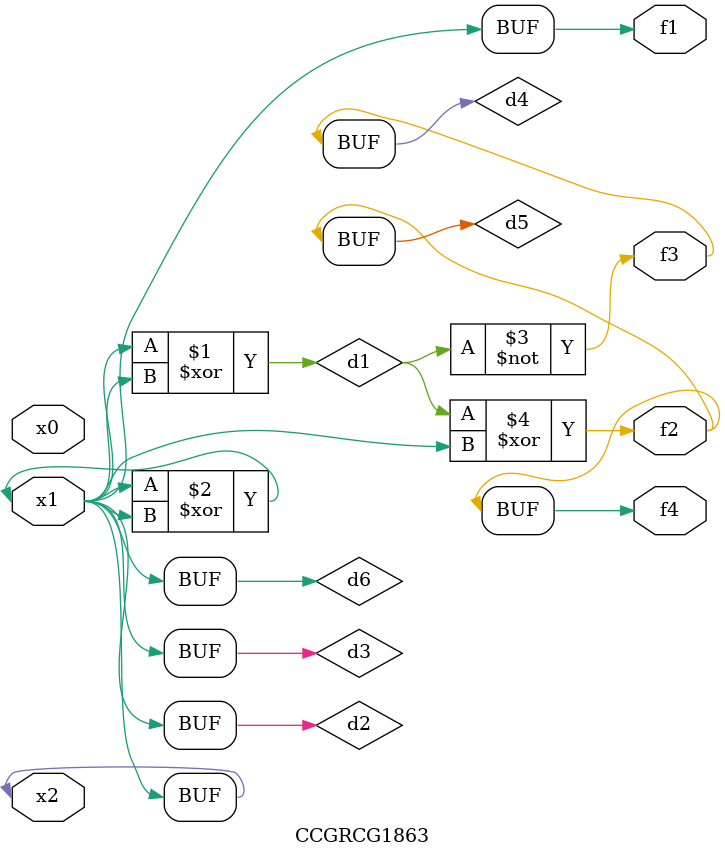
<source format=v>
module CCGRCG1863(
	input x0, x1, x2,
	output f1, f2, f3, f4
);

	wire d1, d2, d3, d4, d5, d6;

	xor (d1, x1, x2);
	buf (d2, x1, x2);
	xor (d3, x1, x2);
	nor (d4, d1);
	xor (d5, d1, d2);
	buf (d6, d2, d3);
	assign f1 = d6;
	assign f2 = d5;
	assign f3 = d4;
	assign f4 = d5;
endmodule

</source>
